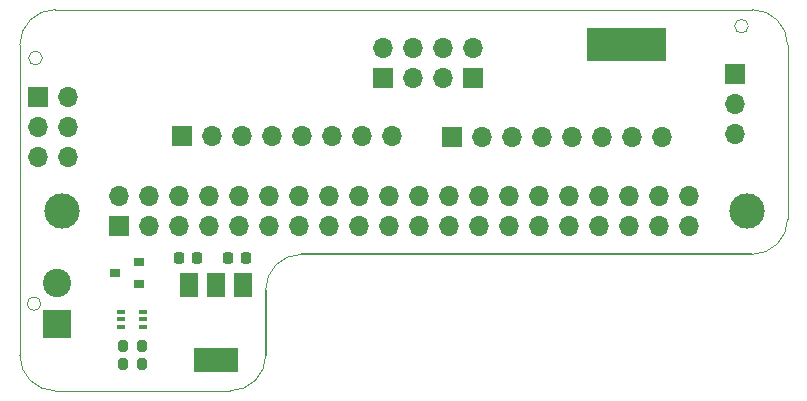
<source format=gbr>
G04 #@! TF.GenerationSoftware,KiCad,Pcbnew,8.0.7*
G04 #@! TF.CreationDate,2025-02-16T20:08:39+00:00*
G04 #@! TF.ProjectId,retropie-hat-2L,72657472-6f70-4696-952d-6861742d324c,rev?*
G04 #@! TF.SameCoordinates,Original*
G04 #@! TF.FileFunction,Soldermask,Top*
G04 #@! TF.FilePolarity,Negative*
%FSLAX46Y46*%
G04 Gerber Fmt 4.6, Leading zero omitted, Abs format (unit mm)*
G04 Created by KiCad (PCBNEW 8.0.7) date 2025-02-16 20:08:39*
%MOMM*%
%LPD*%
G01*
G04 APERTURE LIST*
G04 Aperture macros list*
%AMRoundRect*
0 Rectangle with rounded corners*
0 $1 Rounding radius*
0 $2 $3 $4 $5 $6 $7 $8 $9 X,Y pos of 4 corners*
0 Add a 4 corners polygon primitive as box body*
4,1,4,$2,$3,$4,$5,$6,$7,$8,$9,$2,$3,0*
0 Add four circle primitives for the rounded corners*
1,1,$1+$1,$2,$3*
1,1,$1+$1,$4,$5*
1,1,$1+$1,$6,$7*
1,1,$1+$1,$8,$9*
0 Add four rect primitives between the rounded corners*
20,1,$1+$1,$2,$3,$4,$5,0*
20,1,$1+$1,$4,$5,$6,$7,0*
20,1,$1+$1,$6,$7,$8,$9,0*
20,1,$1+$1,$8,$9,$2,$3,0*%
G04 Aperture macros list end*
%ADD10C,0.100000*%
%ADD11C,3.000000*%
%ADD12RoundRect,0.200000X0.200000X0.275000X-0.200000X0.275000X-0.200000X-0.275000X0.200000X-0.275000X0*%
%ADD13RoundRect,0.200000X-0.200000X-0.275000X0.200000X-0.275000X0.200000X0.275000X-0.200000X0.275000X0*%
%ADD14R,0.900000X0.800000*%
%ADD15RoundRect,0.225000X-0.225000X-0.250000X0.225000X-0.250000X0.225000X0.250000X-0.225000X0.250000X0*%
%ADD16R,1.700000X1.700000*%
%ADD17O,1.700000X1.700000*%
%ADD18R,0.650000X0.400000*%
%ADD19R,2.400000X2.400000*%
%ADD20C,2.400000*%
%ADD21R,1.500000X2.000000*%
%ADD22R,3.800000X2.000000*%
G04 #@! TA.AperFunction,Profile*
%ADD23C,0.100000*%
G04 #@! TD*
G04 #@! TA.AperFunction,Profile*
%ADD24C,0.150000*%
G04 #@! TD*
G04 APERTURE END LIST*
D10*
X126492000Y-48895000D02*
X133096000Y-48895000D01*
X133096000Y-51562000D01*
X126492000Y-51562000D01*
X126492000Y-48895000D01*
G36*
X126492000Y-48895000D02*
G01*
X133096000Y-48895000D01*
X133096000Y-51562000D01*
X126492000Y-51562000D01*
X126492000Y-48895000D01*
G37*
D11*
X82040000Y-64310000D03*
X140040000Y-64330000D03*
D12*
X88863511Y-77300000D03*
X87213511Y-77300000D03*
D13*
X87213511Y-75800000D03*
X88863511Y-75800000D03*
D14*
X88600000Y-70550000D03*
X88600000Y-68650000D03*
X86600000Y-69600000D03*
D15*
X91935000Y-68326000D03*
X93485000Y-68326000D03*
D16*
X109220000Y-53086000D03*
D17*
X109220000Y-50546000D03*
X111760000Y-53086000D03*
X111760000Y-50546000D03*
D16*
X139065000Y-52720000D03*
D17*
X139065000Y-55260000D03*
X139065000Y-57800000D03*
D16*
X80010000Y-54737000D03*
D17*
X82550000Y-54737000D03*
X80010000Y-57277000D03*
X82550000Y-57277000D03*
X80010000Y-59817000D03*
X82550000Y-59817000D03*
D16*
X115075000Y-58050000D03*
D17*
X117615000Y-58050000D03*
X120155000Y-58050000D03*
X122695000Y-58050000D03*
X125235000Y-58050000D03*
X127775000Y-58050000D03*
X130315000Y-58050000D03*
X132855000Y-58050000D03*
D18*
X88961000Y-74183000D03*
X88961000Y-73533000D03*
X88961000Y-72883000D03*
X87061000Y-72883000D03*
X87061000Y-73533000D03*
X87061000Y-74183000D03*
D19*
X81661000Y-73950000D03*
D20*
X81661000Y-70450000D03*
D21*
X97423000Y-70637000D03*
X95123000Y-70637000D03*
D22*
X95123000Y-76937000D03*
D21*
X92823000Y-70637000D03*
D16*
X116845000Y-53091000D03*
D17*
X114305000Y-53091000D03*
X116845000Y-50551000D03*
X114305000Y-50551000D03*
D16*
X92217000Y-58039000D03*
D17*
X94757000Y-58039000D03*
X97297000Y-58039000D03*
X99837000Y-58039000D03*
X102377000Y-58039000D03*
X104917000Y-58039000D03*
X107457000Y-58039000D03*
X109997000Y-58039000D03*
D15*
X96126000Y-68326000D03*
X97676000Y-68326000D03*
D16*
X86920000Y-65590000D03*
D17*
X86920000Y-63050000D03*
X89460000Y-65590000D03*
X89460000Y-63050000D03*
X92000000Y-65590000D03*
X92000000Y-63050000D03*
X94540000Y-65590000D03*
X94540000Y-63050000D03*
X97080000Y-65590000D03*
X97080000Y-63050000D03*
X99620000Y-65590000D03*
X99620000Y-63050000D03*
X102160000Y-65590000D03*
X102160000Y-63050000D03*
X104700000Y-65590000D03*
X104700000Y-63050000D03*
X107240000Y-65590000D03*
X107240000Y-63050000D03*
X109780000Y-65590000D03*
X109780000Y-63050000D03*
X112320000Y-65590000D03*
X112320000Y-63050000D03*
X114860000Y-65590000D03*
X114860000Y-63050000D03*
X117400000Y-65590000D03*
X117400000Y-63050000D03*
X119940000Y-65590000D03*
X119940000Y-63050000D03*
X122480000Y-65590000D03*
X122480000Y-63050000D03*
X125020000Y-65590000D03*
X125020000Y-63050000D03*
X127560000Y-65590000D03*
X127560000Y-63050000D03*
X130100000Y-65590000D03*
X130100000Y-63050000D03*
X132640000Y-65590000D03*
X132640000Y-63050000D03*
X135180000Y-65590000D03*
X135180000Y-63050000D03*
D23*
X143510000Y-65024000D02*
X143499680Y-50291999D01*
X78499680Y-50291999D02*
X78499680Y-76576830D01*
X80400000Y-51400000D02*
G75*
G02*
X79248000Y-51400000I-576000J0D01*
G01*
X79248000Y-51400000D02*
G75*
G02*
X80400000Y-51400000I576000J0D01*
G01*
D24*
X99314000Y-76582066D02*
X99314000Y-71013528D01*
D23*
X140176000Y-48700000D02*
G75*
G02*
X139024000Y-48700000I-576000J0D01*
G01*
X139024000Y-48700000D02*
G75*
G02*
X140176000Y-48700000I576000J0D01*
G01*
X99314000Y-76582066D02*
G75*
G02*
X96314005Y-79576805I-3000000J5266D01*
G01*
X80276000Y-72200000D02*
G75*
G02*
X79124000Y-72200000I-576000J0D01*
G01*
X79124000Y-72200000D02*
G75*
G02*
X80276000Y-72200000I576000J0D01*
G01*
X140499680Y-47291999D02*
X81499680Y-47291999D01*
X81499680Y-79576830D02*
X96314005Y-79576830D01*
X99314000Y-71013528D02*
G75*
G02*
X102313995Y-68018795I3000000J-5272D01*
G01*
D24*
X140510005Y-68018764D02*
X102313995Y-68018764D01*
D23*
X140499680Y-47291999D02*
G75*
G02*
X143499701Y-50291999I20J-3000001D01*
G01*
X78499680Y-50291999D02*
G75*
G02*
X81499680Y-47291980I3000020J-1D01*
G01*
X143510000Y-65024000D02*
G75*
G02*
X140510005Y-68018805I-3000000J5200D01*
G01*
X81499680Y-79576830D02*
G75*
G02*
X78499670Y-76576830I20J3000030D01*
G01*
M02*

</source>
